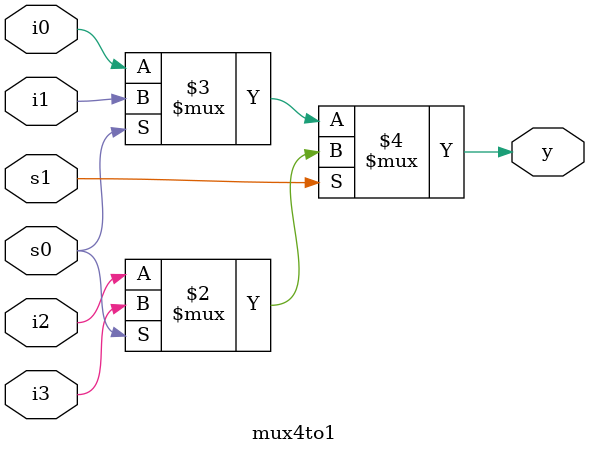
<source format=v>
module mux4to1(input i0,i1,i2,i3,s0,s1, output reg y);
always @(*) begin
y=s1?(s0?i3:i2):(s0?i1:i0);
end
endmodule

</source>
